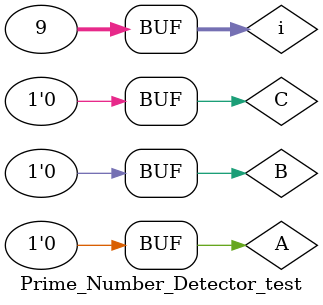
<source format=sv>
module Prime_Number_Detector_test;
  reg A,B,C;
  wire Y;
  Prime_Number_Detector dut(A,B,C,Y);
  integer i;
  initial begin
    for(i=0;i<=8;i++)
      begin
        #5 {A,B,C}=i;
      end
  end
  initial begin
    $monitor("Sim time=%0t,A=%b,B=%b,C=%b,Y=%b",$time,A,B,C,Y);
  end
  initial begin
    $dumpfile("dump.vcd");
    $dumpvars(0,A,B,C,Y);
  end
endmodule
        
   

    
  
</source>
